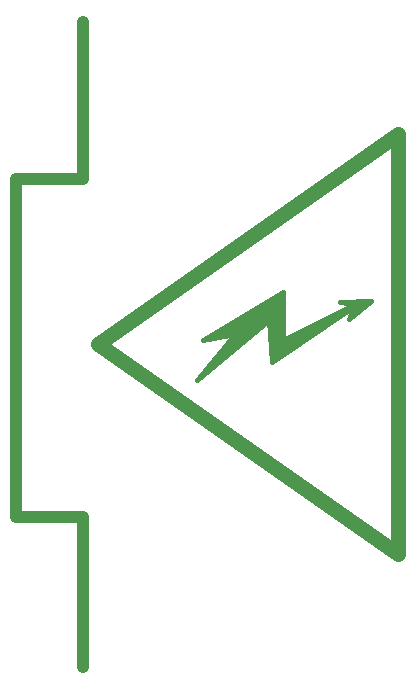
<source format=gbr>
G04 #@! TF.GenerationSoftware,KiCad,Pcbnew,5.1.7-a382d34a8~87~ubuntu20.04.1*
G04 #@! TF.CreationDate,2020-10-24T07:52:54+02:00*
G04 #@! TF.ProjectId,reflow_ofen_steuerung,7265666c-6f77-45f6-9f66-656e5f737465,1.0.0*
G04 #@! TF.SameCoordinates,Original*
G04 #@! TF.FileFunction,Legend,Bot*
G04 #@! TF.FilePolarity,Positive*
%FSLAX46Y46*%
G04 Gerber Fmt 4.6, Leading zero omitted, Abs format (unit mm)*
G04 Created by KiCad (PCBNEW 5.1.7-a382d34a8~87~ubuntu20.04.1) date 2020-10-24 07:52:54*
%MOMM*%
%LPD*%
G01*
G04 APERTURE LIST*
%ADD10C,1.000000*%
%ADD11C,0.381000*%
%ADD12C,1.270000*%
G04 APERTURE END LIST*
D10*
X165862000Y-89154000D02*
X165862000Y-105029000D01*
X171577000Y-111379000D02*
X171577000Y-124079000D01*
X165862000Y-111379000D02*
X171577000Y-111379000D01*
X165862000Y-105029000D02*
X165862000Y-111379000D01*
X165862000Y-82804000D02*
X165862000Y-89154000D01*
X171577000Y-82804000D02*
X165862000Y-82804000D01*
X171577000Y-69469000D02*
X171577000Y-82804000D01*
D11*
X184404000Y-95885000D02*
X181737000Y-96393000D01*
X181229000Y-99822000D02*
X184404000Y-95885000D01*
X187325000Y-94742000D02*
X181229000Y-99822000D01*
X187579000Y-98298000D02*
X187325000Y-94742000D01*
X194437000Y-93599000D02*
X187579000Y-98298000D01*
X194056000Y-94615000D02*
X194437000Y-93599000D01*
X195961000Y-93091000D02*
X194056000Y-94615000D01*
X193294000Y-93218000D02*
X195961000Y-93091000D01*
X194564000Y-93345000D02*
X193294000Y-93218000D01*
X188468000Y-96393000D02*
X194564000Y-93345000D01*
X188468000Y-92329000D02*
X188468000Y-96393000D01*
X181737000Y-96393000D02*
X188468000Y-92329000D01*
X188214000Y-97536000D02*
X190246000Y-96266000D01*
X188214000Y-96901000D02*
X188214000Y-97536000D01*
X193548000Y-94107000D02*
X188214000Y-96901000D01*
X187960000Y-97409000D02*
X193548000Y-94107000D01*
X188087000Y-94361000D02*
X187960000Y-97409000D01*
X187706000Y-94488000D02*
X188087000Y-94361000D01*
X187706000Y-97917000D02*
X187706000Y-94488000D01*
X188214000Y-97536000D02*
X187706000Y-97917000D01*
X188341000Y-93853000D02*
X188214000Y-97536000D01*
X183642000Y-97028000D02*
X188341000Y-93853000D01*
X186563000Y-94488000D02*
X183642000Y-97028000D01*
X182880000Y-98171000D02*
X186563000Y-94488000D01*
X188214000Y-93472000D02*
X182880000Y-98171000D01*
X184531000Y-95758000D02*
X188214000Y-93472000D01*
X188214000Y-93091000D02*
X184531000Y-95758000D01*
X183769000Y-95885000D02*
X188214000Y-93091000D01*
X188341000Y-92710000D02*
X183769000Y-95885000D01*
X183007000Y-96012000D02*
X188341000Y-92710000D01*
X194183000Y-93599000D02*
X194310000Y-93726000D01*
X194056000Y-93726000D02*
X194183000Y-93599000D01*
X194437000Y-93599000D02*
X194056000Y-93726000D01*
X195326000Y-93218000D02*
X194437000Y-93599000D01*
X194564000Y-93980000D02*
X195326000Y-93218000D01*
X182626000Y-98552000D02*
X184912000Y-95631000D01*
X182499000Y-96012000D02*
X183134000Y-95885000D01*
X187071000Y-94488000D02*
X187706000Y-94742000D01*
D12*
X198247000Y-78994000D02*
X172847000Y-96774000D01*
X198247000Y-114554000D02*
X198247000Y-78994000D01*
X172847000Y-96774000D02*
X198247000Y-114554000D01*
M02*

</source>
